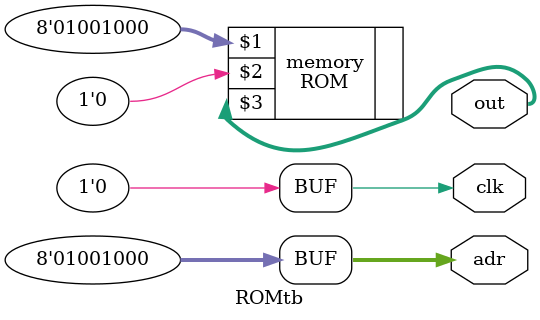
<source format=v>
module ROMtb (adr, clk, out);

	output reg [7:0] adr;
	output reg clk;
	output [31:0] out;
	
	ROM memory(adr, clk, out);
	
	initial begin
		clk <= 0;
		#5
		clk <= 1;
		#5
		clk <= 0;
		adr <= 8'h0;
		#5
		clk <= 1;
		#5
		clk <= 0;
		adr <= 8'h4;
		#5
		clk <= 1;
		#5
		clk <= 0;
		adr <= 8'h8;
		#5
		clk <= 1;
		#5
		clk <= 0;
		adr <= 8'hc;
		#5
		clk <= 1;
		#5
		clk <= 0;
		adr <= 8'h10;
		#5
		clk <= 1;
		#5
		clk <= 0;
		adr <= 8'h14;
		#5
		clk <= 1;
		#5
		clk <= 0;
		adr <= 8'h18;
		#5
		clk <= 1;
		#5
		clk <= 0;
		adr <= 8'h1c;
		#5
		clk <= 1;
		#5
		clk <= 0;
		adr <= 8'h20;
		#5
		clk <= 1;
		#5
		clk <= 0;
		adr <= 8'h24;
		#5
		clk <= 1;
		#5
		clk <= 0;
		adr <= 8'h28;
		#5
		clk <= 1;
		#5
		clk <= 0;
		adr <= 8'h2c;
		#5
		clk <= 1;
		#5
		clk <= 0;
		adr <= 8'h30;
		#5
		clk <= 1;
		#5
		clk <= 0;
		adr <= 8'h34;
		#5
		clk <= 1;
		#5
		clk <= 0;
		adr <= 8'h38;
		#5
		clk <= 1;
		#5
		clk <= 0;
		adr <= 8'h3c;
		#5
		clk <= 1;
		#5
		clk <= 0;
		adr <= 8'h40;
		#5
		clk <= 1;
		#5
		clk <= 0;
		adr <= 8'h44;
		#5
		clk <= 1;
		#5
		clk <= 0;
		adr <= 8'h48;
		#5
		clk <= 1;
		#5
		clk <= 0;
	end
endmodule

	

	
</source>
